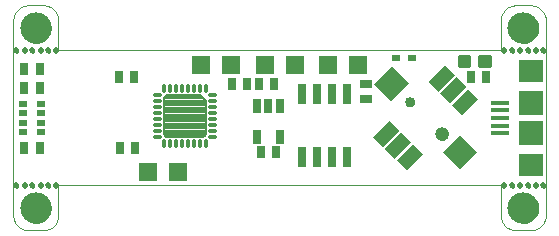
<source format=gts>
G75*
%MOIN*%
%OFA0B0*%
%FSLAX24Y24*%
%IPPOS*%
%LPD*%
%AMOC8*
5,1,8,0,0,1.08239X$1,22.5*
%
%ADD10C,0.0000*%
%ADD11C,0.1040*%
%ADD12C,0.0190*%
%ADD13R,0.0768X0.0473*%
%ADD14R,0.0827X0.0788*%
%ADD15C,0.0335*%
%ADD16C,0.0453*%
%ADD17R,0.0591X0.0178*%
%ADD18R,0.0788X0.0749*%
%ADD19R,0.0788X0.0788*%
%ADD20R,0.0276X0.0650*%
%ADD21R,0.0257X0.0512*%
%ADD22C,0.0130*%
%ADD23R,0.0640X0.0640*%
%ADD24R,0.0316X0.0237*%
%ADD25R,0.0316X0.0394*%
%ADD26R,0.0394X0.0316*%
%ADD27C,0.0138*%
%ADD28C,0.0079*%
%ADD29R,0.0316X0.0217*%
D10*
X004943Y002893D02*
X005443Y002893D01*
X005487Y002895D01*
X005530Y002901D01*
X005572Y002910D01*
X005614Y002923D01*
X005654Y002940D01*
X005693Y002960D01*
X005730Y002983D01*
X005764Y003010D01*
X005797Y003039D01*
X005826Y003072D01*
X005853Y003106D01*
X005876Y003143D01*
X005896Y003182D01*
X005913Y003222D01*
X005926Y003264D01*
X005935Y003306D01*
X005941Y003349D01*
X005943Y003393D01*
X005943Y004393D01*
X020693Y004393D01*
X020693Y003393D01*
X020695Y003349D01*
X020701Y003306D01*
X020710Y003264D01*
X020723Y003222D01*
X020740Y003182D01*
X020760Y003143D01*
X020783Y003106D01*
X020810Y003072D01*
X020839Y003039D01*
X020872Y003010D01*
X020906Y002983D01*
X020943Y002960D01*
X020982Y002940D01*
X021022Y002923D01*
X021064Y002910D01*
X021106Y002901D01*
X021149Y002895D01*
X021193Y002893D01*
X021693Y002893D01*
X021737Y002895D01*
X021780Y002901D01*
X021822Y002910D01*
X021864Y002923D01*
X021904Y002940D01*
X021943Y002960D01*
X021980Y002983D01*
X022014Y003010D01*
X022047Y003039D01*
X022076Y003072D01*
X022103Y003106D01*
X022126Y003143D01*
X022146Y003182D01*
X022163Y003222D01*
X022176Y003264D01*
X022185Y003306D01*
X022191Y003349D01*
X022193Y003393D01*
X022193Y009893D01*
X022191Y009937D01*
X022185Y009980D01*
X022176Y010022D01*
X022163Y010064D01*
X022146Y010104D01*
X022126Y010143D01*
X022103Y010180D01*
X022076Y010214D01*
X022047Y010247D01*
X022014Y010276D01*
X021980Y010303D01*
X021943Y010326D01*
X021904Y010346D01*
X021864Y010363D01*
X021822Y010376D01*
X021780Y010385D01*
X021737Y010391D01*
X021693Y010393D01*
X021193Y010393D01*
X021149Y010391D01*
X021106Y010385D01*
X021064Y010376D01*
X021022Y010363D01*
X020982Y010346D01*
X020943Y010326D01*
X020906Y010303D01*
X020872Y010276D01*
X020839Y010247D01*
X020810Y010214D01*
X020783Y010180D01*
X020760Y010143D01*
X020740Y010104D01*
X020723Y010064D01*
X020710Y010022D01*
X020701Y009980D01*
X020695Y009937D01*
X020693Y009893D01*
X020693Y008893D01*
X005943Y008893D01*
X005943Y009893D01*
X005941Y009937D01*
X005935Y009980D01*
X005926Y010022D01*
X005913Y010064D01*
X005896Y010104D01*
X005876Y010143D01*
X005853Y010180D01*
X005826Y010214D01*
X005797Y010247D01*
X005764Y010276D01*
X005730Y010303D01*
X005693Y010326D01*
X005654Y010346D01*
X005614Y010363D01*
X005572Y010376D01*
X005530Y010385D01*
X005487Y010391D01*
X005443Y010393D01*
X004943Y010393D01*
X004899Y010391D01*
X004856Y010385D01*
X004814Y010376D01*
X004772Y010363D01*
X004732Y010346D01*
X004693Y010326D01*
X004656Y010303D01*
X004622Y010276D01*
X004589Y010247D01*
X004560Y010214D01*
X004533Y010180D01*
X004510Y010143D01*
X004490Y010104D01*
X004473Y010064D01*
X004460Y010022D01*
X004451Y009980D01*
X004445Y009937D01*
X004443Y009893D01*
X004443Y003393D01*
X004445Y003349D01*
X004451Y003306D01*
X004460Y003264D01*
X004473Y003222D01*
X004490Y003182D01*
X004510Y003143D01*
X004533Y003106D01*
X004560Y003072D01*
X004589Y003039D01*
X004622Y003010D01*
X004656Y002983D01*
X004693Y002960D01*
X004732Y002940D01*
X004772Y002923D01*
X004814Y002910D01*
X004856Y002901D01*
X004899Y002895D01*
X004943Y002893D01*
X004693Y003643D02*
X004695Y003687D01*
X004701Y003731D01*
X004711Y003774D01*
X004724Y003816D01*
X004741Y003857D01*
X004762Y003896D01*
X004786Y003933D01*
X004813Y003968D01*
X004843Y004000D01*
X004876Y004030D01*
X004912Y004056D01*
X004949Y004080D01*
X004989Y004099D01*
X005030Y004116D01*
X005073Y004128D01*
X005116Y004137D01*
X005160Y004142D01*
X005204Y004143D01*
X005248Y004140D01*
X005292Y004133D01*
X005335Y004122D01*
X005377Y004108D01*
X005417Y004090D01*
X005456Y004068D01*
X005492Y004044D01*
X005526Y004016D01*
X005558Y003985D01*
X005587Y003951D01*
X005613Y003915D01*
X005635Y003877D01*
X005654Y003837D01*
X005669Y003795D01*
X005681Y003753D01*
X005689Y003709D01*
X005693Y003665D01*
X005693Y003621D01*
X005689Y003577D01*
X005681Y003533D01*
X005669Y003491D01*
X005654Y003449D01*
X005635Y003409D01*
X005613Y003371D01*
X005587Y003335D01*
X005558Y003301D01*
X005526Y003270D01*
X005492Y003242D01*
X005456Y003218D01*
X005417Y003196D01*
X005377Y003178D01*
X005335Y003164D01*
X005292Y003153D01*
X005248Y003146D01*
X005204Y003143D01*
X005160Y003144D01*
X005116Y003149D01*
X005073Y003158D01*
X005030Y003170D01*
X004989Y003187D01*
X004949Y003206D01*
X004912Y003230D01*
X004876Y003256D01*
X004843Y003286D01*
X004813Y003318D01*
X004786Y003353D01*
X004762Y003390D01*
X004741Y003429D01*
X004724Y003470D01*
X004711Y003512D01*
X004701Y003555D01*
X004695Y003599D01*
X004693Y003643D01*
X004743Y004393D02*
X004745Y004410D01*
X004750Y004426D01*
X004759Y004440D01*
X004771Y004452D01*
X004785Y004461D01*
X004801Y004466D01*
X004818Y004468D01*
X004835Y004466D01*
X004851Y004461D01*
X004865Y004452D01*
X004877Y004440D01*
X004886Y004426D01*
X004891Y004410D01*
X004893Y004393D01*
X004891Y004376D01*
X004886Y004360D01*
X004877Y004346D01*
X004865Y004334D01*
X004851Y004325D01*
X004835Y004320D01*
X004818Y004318D01*
X004801Y004320D01*
X004785Y004325D01*
X004771Y004334D01*
X004759Y004346D01*
X004750Y004360D01*
X004745Y004376D01*
X004743Y004393D01*
X004462Y004393D02*
X004464Y004410D01*
X004469Y004426D01*
X004478Y004440D01*
X004490Y004452D01*
X004504Y004461D01*
X004520Y004466D01*
X004537Y004468D01*
X004554Y004466D01*
X004570Y004461D01*
X004584Y004452D01*
X004596Y004440D01*
X004605Y004426D01*
X004610Y004410D01*
X004612Y004393D01*
X004610Y004376D01*
X004605Y004360D01*
X004596Y004346D01*
X004584Y004334D01*
X004570Y004325D01*
X004554Y004320D01*
X004537Y004318D01*
X004520Y004320D01*
X004504Y004325D01*
X004490Y004334D01*
X004478Y004346D01*
X004469Y004360D01*
X004464Y004376D01*
X004462Y004393D01*
X004993Y004393D02*
X004995Y004410D01*
X005000Y004426D01*
X005009Y004440D01*
X005021Y004452D01*
X005035Y004461D01*
X005051Y004466D01*
X005068Y004468D01*
X005085Y004466D01*
X005101Y004461D01*
X005115Y004452D01*
X005127Y004440D01*
X005136Y004426D01*
X005141Y004410D01*
X005143Y004393D01*
X005141Y004376D01*
X005136Y004360D01*
X005127Y004346D01*
X005115Y004334D01*
X005101Y004325D01*
X005085Y004320D01*
X005068Y004318D01*
X005051Y004320D01*
X005035Y004325D01*
X005021Y004334D01*
X005009Y004346D01*
X005000Y004360D01*
X004995Y004376D01*
X004993Y004393D01*
X005274Y004393D02*
X005276Y004410D01*
X005281Y004426D01*
X005290Y004440D01*
X005302Y004452D01*
X005316Y004461D01*
X005332Y004466D01*
X005349Y004468D01*
X005366Y004466D01*
X005382Y004461D01*
X005396Y004452D01*
X005408Y004440D01*
X005417Y004426D01*
X005422Y004410D01*
X005424Y004393D01*
X005422Y004376D01*
X005417Y004360D01*
X005408Y004346D01*
X005396Y004334D01*
X005382Y004325D01*
X005366Y004320D01*
X005349Y004318D01*
X005332Y004320D01*
X005316Y004325D01*
X005302Y004334D01*
X005290Y004346D01*
X005281Y004360D01*
X005276Y004376D01*
X005274Y004393D01*
X005524Y004393D02*
X005526Y004410D01*
X005531Y004426D01*
X005540Y004440D01*
X005552Y004452D01*
X005566Y004461D01*
X005582Y004466D01*
X005599Y004468D01*
X005616Y004466D01*
X005632Y004461D01*
X005646Y004452D01*
X005658Y004440D01*
X005667Y004426D01*
X005672Y004410D01*
X005674Y004393D01*
X005672Y004376D01*
X005667Y004360D01*
X005658Y004346D01*
X005646Y004334D01*
X005632Y004325D01*
X005616Y004320D01*
X005599Y004318D01*
X005582Y004320D01*
X005566Y004325D01*
X005552Y004334D01*
X005540Y004346D01*
X005531Y004360D01*
X005526Y004376D01*
X005524Y004393D01*
X005774Y004393D02*
X005776Y004410D01*
X005781Y004426D01*
X005790Y004440D01*
X005802Y004452D01*
X005816Y004461D01*
X005832Y004466D01*
X005849Y004468D01*
X005866Y004466D01*
X005882Y004461D01*
X005896Y004452D01*
X005908Y004440D01*
X005917Y004426D01*
X005922Y004410D01*
X005924Y004393D01*
X005922Y004376D01*
X005917Y004360D01*
X005908Y004346D01*
X005896Y004334D01*
X005882Y004325D01*
X005866Y004320D01*
X005849Y004318D01*
X005832Y004320D01*
X005816Y004325D01*
X005802Y004334D01*
X005790Y004346D01*
X005781Y004360D01*
X005776Y004376D01*
X005774Y004393D01*
X005774Y008893D02*
X005776Y008910D01*
X005781Y008926D01*
X005790Y008940D01*
X005802Y008952D01*
X005816Y008961D01*
X005832Y008966D01*
X005849Y008968D01*
X005866Y008966D01*
X005882Y008961D01*
X005896Y008952D01*
X005908Y008940D01*
X005917Y008926D01*
X005922Y008910D01*
X005924Y008893D01*
X005922Y008876D01*
X005917Y008860D01*
X005908Y008846D01*
X005896Y008834D01*
X005882Y008825D01*
X005866Y008820D01*
X005849Y008818D01*
X005832Y008820D01*
X005816Y008825D01*
X005802Y008834D01*
X005790Y008846D01*
X005781Y008860D01*
X005776Y008876D01*
X005774Y008893D01*
X005524Y008893D02*
X005526Y008910D01*
X005531Y008926D01*
X005540Y008940D01*
X005552Y008952D01*
X005566Y008961D01*
X005582Y008966D01*
X005599Y008968D01*
X005616Y008966D01*
X005632Y008961D01*
X005646Y008952D01*
X005658Y008940D01*
X005667Y008926D01*
X005672Y008910D01*
X005674Y008893D01*
X005672Y008876D01*
X005667Y008860D01*
X005658Y008846D01*
X005646Y008834D01*
X005632Y008825D01*
X005616Y008820D01*
X005599Y008818D01*
X005582Y008820D01*
X005566Y008825D01*
X005552Y008834D01*
X005540Y008846D01*
X005531Y008860D01*
X005526Y008876D01*
X005524Y008893D01*
X005274Y008893D02*
X005276Y008910D01*
X005281Y008926D01*
X005290Y008940D01*
X005302Y008952D01*
X005316Y008961D01*
X005332Y008966D01*
X005349Y008968D01*
X005366Y008966D01*
X005382Y008961D01*
X005396Y008952D01*
X005408Y008940D01*
X005417Y008926D01*
X005422Y008910D01*
X005424Y008893D01*
X005422Y008876D01*
X005417Y008860D01*
X005408Y008846D01*
X005396Y008834D01*
X005382Y008825D01*
X005366Y008820D01*
X005349Y008818D01*
X005332Y008820D01*
X005316Y008825D01*
X005302Y008834D01*
X005290Y008846D01*
X005281Y008860D01*
X005276Y008876D01*
X005274Y008893D01*
X004993Y008893D02*
X004995Y008910D01*
X005000Y008926D01*
X005009Y008940D01*
X005021Y008952D01*
X005035Y008961D01*
X005051Y008966D01*
X005068Y008968D01*
X005085Y008966D01*
X005101Y008961D01*
X005115Y008952D01*
X005127Y008940D01*
X005136Y008926D01*
X005141Y008910D01*
X005143Y008893D01*
X005141Y008876D01*
X005136Y008860D01*
X005127Y008846D01*
X005115Y008834D01*
X005101Y008825D01*
X005085Y008820D01*
X005068Y008818D01*
X005051Y008820D01*
X005035Y008825D01*
X005021Y008834D01*
X005009Y008846D01*
X005000Y008860D01*
X004995Y008876D01*
X004993Y008893D01*
X004743Y008893D02*
X004745Y008910D01*
X004750Y008926D01*
X004759Y008940D01*
X004771Y008952D01*
X004785Y008961D01*
X004801Y008966D01*
X004818Y008968D01*
X004835Y008966D01*
X004851Y008961D01*
X004865Y008952D01*
X004877Y008940D01*
X004886Y008926D01*
X004891Y008910D01*
X004893Y008893D01*
X004891Y008876D01*
X004886Y008860D01*
X004877Y008846D01*
X004865Y008834D01*
X004851Y008825D01*
X004835Y008820D01*
X004818Y008818D01*
X004801Y008820D01*
X004785Y008825D01*
X004771Y008834D01*
X004759Y008846D01*
X004750Y008860D01*
X004745Y008876D01*
X004743Y008893D01*
X004462Y008893D02*
X004464Y008910D01*
X004469Y008926D01*
X004478Y008940D01*
X004490Y008952D01*
X004504Y008961D01*
X004520Y008966D01*
X004537Y008968D01*
X004554Y008966D01*
X004570Y008961D01*
X004584Y008952D01*
X004596Y008940D01*
X004605Y008926D01*
X004610Y008910D01*
X004612Y008893D01*
X004610Y008876D01*
X004605Y008860D01*
X004596Y008846D01*
X004584Y008834D01*
X004570Y008825D01*
X004554Y008820D01*
X004537Y008818D01*
X004520Y008820D01*
X004504Y008825D01*
X004490Y008834D01*
X004478Y008846D01*
X004469Y008860D01*
X004464Y008876D01*
X004462Y008893D01*
X004693Y009643D02*
X004695Y009687D01*
X004701Y009731D01*
X004711Y009774D01*
X004724Y009816D01*
X004741Y009857D01*
X004762Y009896D01*
X004786Y009933D01*
X004813Y009968D01*
X004843Y010000D01*
X004876Y010030D01*
X004912Y010056D01*
X004949Y010080D01*
X004989Y010099D01*
X005030Y010116D01*
X005073Y010128D01*
X005116Y010137D01*
X005160Y010142D01*
X005204Y010143D01*
X005248Y010140D01*
X005292Y010133D01*
X005335Y010122D01*
X005377Y010108D01*
X005417Y010090D01*
X005456Y010068D01*
X005492Y010044D01*
X005526Y010016D01*
X005558Y009985D01*
X005587Y009951D01*
X005613Y009915D01*
X005635Y009877D01*
X005654Y009837D01*
X005669Y009795D01*
X005681Y009753D01*
X005689Y009709D01*
X005693Y009665D01*
X005693Y009621D01*
X005689Y009577D01*
X005681Y009533D01*
X005669Y009491D01*
X005654Y009449D01*
X005635Y009409D01*
X005613Y009371D01*
X005587Y009335D01*
X005558Y009301D01*
X005526Y009270D01*
X005492Y009242D01*
X005456Y009218D01*
X005417Y009196D01*
X005377Y009178D01*
X005335Y009164D01*
X005292Y009153D01*
X005248Y009146D01*
X005204Y009143D01*
X005160Y009144D01*
X005116Y009149D01*
X005073Y009158D01*
X005030Y009170D01*
X004989Y009187D01*
X004949Y009206D01*
X004912Y009230D01*
X004876Y009256D01*
X004843Y009286D01*
X004813Y009318D01*
X004786Y009353D01*
X004762Y009390D01*
X004741Y009429D01*
X004724Y009470D01*
X004711Y009512D01*
X004701Y009555D01*
X004695Y009599D01*
X004693Y009643D01*
X017516Y007172D02*
X017518Y007196D01*
X017524Y007219D01*
X017533Y007241D01*
X017546Y007261D01*
X017561Y007279D01*
X017580Y007294D01*
X017601Y007306D01*
X017623Y007314D01*
X017646Y007319D01*
X017670Y007320D01*
X017694Y007317D01*
X017716Y007310D01*
X017738Y007300D01*
X017758Y007287D01*
X017775Y007270D01*
X017789Y007251D01*
X017800Y007230D01*
X017808Y007207D01*
X017812Y007184D01*
X017812Y007160D01*
X017808Y007137D01*
X017800Y007114D01*
X017789Y007093D01*
X017775Y007074D01*
X017758Y007057D01*
X017738Y007044D01*
X017716Y007034D01*
X017694Y007027D01*
X017670Y007024D01*
X017646Y007025D01*
X017623Y007030D01*
X017601Y007038D01*
X017580Y007050D01*
X017561Y007065D01*
X017546Y007083D01*
X017533Y007103D01*
X017524Y007125D01*
X017518Y007148D01*
X017516Y007172D01*
X018515Y006114D02*
X018517Y006142D01*
X018523Y006170D01*
X018532Y006196D01*
X018545Y006222D01*
X018561Y006245D01*
X018581Y006265D01*
X018603Y006283D01*
X018627Y006298D01*
X018653Y006309D01*
X018680Y006317D01*
X018708Y006321D01*
X018736Y006321D01*
X018764Y006317D01*
X018791Y006309D01*
X018817Y006298D01*
X018841Y006283D01*
X018863Y006265D01*
X018883Y006245D01*
X018899Y006222D01*
X018912Y006196D01*
X018921Y006170D01*
X018927Y006142D01*
X018929Y006114D01*
X018927Y006086D01*
X018921Y006058D01*
X018912Y006032D01*
X018899Y006006D01*
X018883Y005983D01*
X018863Y005963D01*
X018841Y005945D01*
X018817Y005930D01*
X018791Y005919D01*
X018764Y005911D01*
X018736Y005907D01*
X018708Y005907D01*
X018680Y005911D01*
X018653Y005919D01*
X018627Y005930D01*
X018603Y005945D01*
X018581Y005963D01*
X018561Y005983D01*
X018545Y006006D01*
X018532Y006032D01*
X018523Y006058D01*
X018517Y006086D01*
X018515Y006114D01*
X020712Y004393D02*
X020714Y004410D01*
X020719Y004426D01*
X020728Y004440D01*
X020740Y004452D01*
X020754Y004461D01*
X020770Y004466D01*
X020787Y004468D01*
X020804Y004466D01*
X020820Y004461D01*
X020834Y004452D01*
X020846Y004440D01*
X020855Y004426D01*
X020860Y004410D01*
X020862Y004393D01*
X020860Y004376D01*
X020855Y004360D01*
X020846Y004346D01*
X020834Y004334D01*
X020820Y004325D01*
X020804Y004320D01*
X020787Y004318D01*
X020770Y004320D01*
X020754Y004325D01*
X020740Y004334D01*
X020728Y004346D01*
X020719Y004360D01*
X020714Y004376D01*
X020712Y004393D01*
X020993Y004393D02*
X020995Y004410D01*
X021000Y004426D01*
X021009Y004440D01*
X021021Y004452D01*
X021035Y004461D01*
X021051Y004466D01*
X021068Y004468D01*
X021085Y004466D01*
X021101Y004461D01*
X021115Y004452D01*
X021127Y004440D01*
X021136Y004426D01*
X021141Y004410D01*
X021143Y004393D01*
X021141Y004376D01*
X021136Y004360D01*
X021127Y004346D01*
X021115Y004334D01*
X021101Y004325D01*
X021085Y004320D01*
X021068Y004318D01*
X021051Y004320D01*
X021035Y004325D01*
X021021Y004334D01*
X021009Y004346D01*
X021000Y004360D01*
X020995Y004376D01*
X020993Y004393D01*
X021243Y004393D02*
X021245Y004410D01*
X021250Y004426D01*
X021259Y004440D01*
X021271Y004452D01*
X021285Y004461D01*
X021301Y004466D01*
X021318Y004468D01*
X021335Y004466D01*
X021351Y004461D01*
X021365Y004452D01*
X021377Y004440D01*
X021386Y004426D01*
X021391Y004410D01*
X021393Y004393D01*
X021391Y004376D01*
X021386Y004360D01*
X021377Y004346D01*
X021365Y004334D01*
X021351Y004325D01*
X021335Y004320D01*
X021318Y004318D01*
X021301Y004320D01*
X021285Y004325D01*
X021271Y004334D01*
X021259Y004346D01*
X021250Y004360D01*
X021245Y004376D01*
X021243Y004393D01*
X021524Y004393D02*
X021526Y004410D01*
X021531Y004426D01*
X021540Y004440D01*
X021552Y004452D01*
X021566Y004461D01*
X021582Y004466D01*
X021599Y004468D01*
X021616Y004466D01*
X021632Y004461D01*
X021646Y004452D01*
X021658Y004440D01*
X021667Y004426D01*
X021672Y004410D01*
X021674Y004393D01*
X021672Y004376D01*
X021667Y004360D01*
X021658Y004346D01*
X021646Y004334D01*
X021632Y004325D01*
X021616Y004320D01*
X021599Y004318D01*
X021582Y004320D01*
X021566Y004325D01*
X021552Y004334D01*
X021540Y004346D01*
X021531Y004360D01*
X021526Y004376D01*
X021524Y004393D01*
X021774Y004393D02*
X021776Y004410D01*
X021781Y004426D01*
X021790Y004440D01*
X021802Y004452D01*
X021816Y004461D01*
X021832Y004466D01*
X021849Y004468D01*
X021866Y004466D01*
X021882Y004461D01*
X021896Y004452D01*
X021908Y004440D01*
X021917Y004426D01*
X021922Y004410D01*
X021924Y004393D01*
X021922Y004376D01*
X021917Y004360D01*
X021908Y004346D01*
X021896Y004334D01*
X021882Y004325D01*
X021866Y004320D01*
X021849Y004318D01*
X021832Y004320D01*
X021816Y004325D01*
X021802Y004334D01*
X021790Y004346D01*
X021781Y004360D01*
X021776Y004376D01*
X021774Y004393D01*
X022024Y004393D02*
X022026Y004410D01*
X022031Y004426D01*
X022040Y004440D01*
X022052Y004452D01*
X022066Y004461D01*
X022082Y004466D01*
X022099Y004468D01*
X022116Y004466D01*
X022132Y004461D01*
X022146Y004452D01*
X022158Y004440D01*
X022167Y004426D01*
X022172Y004410D01*
X022174Y004393D01*
X022172Y004376D01*
X022167Y004360D01*
X022158Y004346D01*
X022146Y004334D01*
X022132Y004325D01*
X022116Y004320D01*
X022099Y004318D01*
X022082Y004320D01*
X022066Y004325D01*
X022052Y004334D01*
X022040Y004346D01*
X022031Y004360D01*
X022026Y004376D01*
X022024Y004393D01*
X020943Y003643D02*
X020945Y003687D01*
X020951Y003731D01*
X020961Y003774D01*
X020974Y003816D01*
X020991Y003857D01*
X021012Y003896D01*
X021036Y003933D01*
X021063Y003968D01*
X021093Y004000D01*
X021126Y004030D01*
X021162Y004056D01*
X021199Y004080D01*
X021239Y004099D01*
X021280Y004116D01*
X021323Y004128D01*
X021366Y004137D01*
X021410Y004142D01*
X021454Y004143D01*
X021498Y004140D01*
X021542Y004133D01*
X021585Y004122D01*
X021627Y004108D01*
X021667Y004090D01*
X021706Y004068D01*
X021742Y004044D01*
X021776Y004016D01*
X021808Y003985D01*
X021837Y003951D01*
X021863Y003915D01*
X021885Y003877D01*
X021904Y003837D01*
X021919Y003795D01*
X021931Y003753D01*
X021939Y003709D01*
X021943Y003665D01*
X021943Y003621D01*
X021939Y003577D01*
X021931Y003533D01*
X021919Y003491D01*
X021904Y003449D01*
X021885Y003409D01*
X021863Y003371D01*
X021837Y003335D01*
X021808Y003301D01*
X021776Y003270D01*
X021742Y003242D01*
X021706Y003218D01*
X021667Y003196D01*
X021627Y003178D01*
X021585Y003164D01*
X021542Y003153D01*
X021498Y003146D01*
X021454Y003143D01*
X021410Y003144D01*
X021366Y003149D01*
X021323Y003158D01*
X021280Y003170D01*
X021239Y003187D01*
X021199Y003206D01*
X021162Y003230D01*
X021126Y003256D01*
X021093Y003286D01*
X021063Y003318D01*
X021036Y003353D01*
X021012Y003390D01*
X020991Y003429D01*
X020974Y003470D01*
X020961Y003512D01*
X020951Y003555D01*
X020945Y003599D01*
X020943Y003643D01*
X020993Y008893D02*
X020995Y008910D01*
X021000Y008926D01*
X021009Y008940D01*
X021021Y008952D01*
X021035Y008961D01*
X021051Y008966D01*
X021068Y008968D01*
X021085Y008966D01*
X021101Y008961D01*
X021115Y008952D01*
X021127Y008940D01*
X021136Y008926D01*
X021141Y008910D01*
X021143Y008893D01*
X021141Y008876D01*
X021136Y008860D01*
X021127Y008846D01*
X021115Y008834D01*
X021101Y008825D01*
X021085Y008820D01*
X021068Y008818D01*
X021051Y008820D01*
X021035Y008825D01*
X021021Y008834D01*
X021009Y008846D01*
X021000Y008860D01*
X020995Y008876D01*
X020993Y008893D01*
X020712Y008893D02*
X020714Y008910D01*
X020719Y008926D01*
X020728Y008940D01*
X020740Y008952D01*
X020754Y008961D01*
X020770Y008966D01*
X020787Y008968D01*
X020804Y008966D01*
X020820Y008961D01*
X020834Y008952D01*
X020846Y008940D01*
X020855Y008926D01*
X020860Y008910D01*
X020862Y008893D01*
X020860Y008876D01*
X020855Y008860D01*
X020846Y008846D01*
X020834Y008834D01*
X020820Y008825D01*
X020804Y008820D01*
X020787Y008818D01*
X020770Y008820D01*
X020754Y008825D01*
X020740Y008834D01*
X020728Y008846D01*
X020719Y008860D01*
X020714Y008876D01*
X020712Y008893D01*
X021243Y008893D02*
X021245Y008910D01*
X021250Y008926D01*
X021259Y008940D01*
X021271Y008952D01*
X021285Y008961D01*
X021301Y008966D01*
X021318Y008968D01*
X021335Y008966D01*
X021351Y008961D01*
X021365Y008952D01*
X021377Y008940D01*
X021386Y008926D01*
X021391Y008910D01*
X021393Y008893D01*
X021391Y008876D01*
X021386Y008860D01*
X021377Y008846D01*
X021365Y008834D01*
X021351Y008825D01*
X021335Y008820D01*
X021318Y008818D01*
X021301Y008820D01*
X021285Y008825D01*
X021271Y008834D01*
X021259Y008846D01*
X021250Y008860D01*
X021245Y008876D01*
X021243Y008893D01*
X021524Y008893D02*
X021526Y008910D01*
X021531Y008926D01*
X021540Y008940D01*
X021552Y008952D01*
X021566Y008961D01*
X021582Y008966D01*
X021599Y008968D01*
X021616Y008966D01*
X021632Y008961D01*
X021646Y008952D01*
X021658Y008940D01*
X021667Y008926D01*
X021672Y008910D01*
X021674Y008893D01*
X021672Y008876D01*
X021667Y008860D01*
X021658Y008846D01*
X021646Y008834D01*
X021632Y008825D01*
X021616Y008820D01*
X021599Y008818D01*
X021582Y008820D01*
X021566Y008825D01*
X021552Y008834D01*
X021540Y008846D01*
X021531Y008860D01*
X021526Y008876D01*
X021524Y008893D01*
X021774Y008893D02*
X021776Y008910D01*
X021781Y008926D01*
X021790Y008940D01*
X021802Y008952D01*
X021816Y008961D01*
X021832Y008966D01*
X021849Y008968D01*
X021866Y008966D01*
X021882Y008961D01*
X021896Y008952D01*
X021908Y008940D01*
X021917Y008926D01*
X021922Y008910D01*
X021924Y008893D01*
X021922Y008876D01*
X021917Y008860D01*
X021908Y008846D01*
X021896Y008834D01*
X021882Y008825D01*
X021866Y008820D01*
X021849Y008818D01*
X021832Y008820D01*
X021816Y008825D01*
X021802Y008834D01*
X021790Y008846D01*
X021781Y008860D01*
X021776Y008876D01*
X021774Y008893D01*
X022024Y008893D02*
X022026Y008910D01*
X022031Y008926D01*
X022040Y008940D01*
X022052Y008952D01*
X022066Y008961D01*
X022082Y008966D01*
X022099Y008968D01*
X022116Y008966D01*
X022132Y008961D01*
X022146Y008952D01*
X022158Y008940D01*
X022167Y008926D01*
X022172Y008910D01*
X022174Y008893D01*
X022172Y008876D01*
X022167Y008860D01*
X022158Y008846D01*
X022146Y008834D01*
X022132Y008825D01*
X022116Y008820D01*
X022099Y008818D01*
X022082Y008820D01*
X022066Y008825D01*
X022052Y008834D01*
X022040Y008846D01*
X022031Y008860D01*
X022026Y008876D01*
X022024Y008893D01*
X020943Y009643D02*
X020945Y009687D01*
X020951Y009731D01*
X020961Y009774D01*
X020974Y009816D01*
X020991Y009857D01*
X021012Y009896D01*
X021036Y009933D01*
X021063Y009968D01*
X021093Y010000D01*
X021126Y010030D01*
X021162Y010056D01*
X021199Y010080D01*
X021239Y010099D01*
X021280Y010116D01*
X021323Y010128D01*
X021366Y010137D01*
X021410Y010142D01*
X021454Y010143D01*
X021498Y010140D01*
X021542Y010133D01*
X021585Y010122D01*
X021627Y010108D01*
X021667Y010090D01*
X021706Y010068D01*
X021742Y010044D01*
X021776Y010016D01*
X021808Y009985D01*
X021837Y009951D01*
X021863Y009915D01*
X021885Y009877D01*
X021904Y009837D01*
X021919Y009795D01*
X021931Y009753D01*
X021939Y009709D01*
X021943Y009665D01*
X021943Y009621D01*
X021939Y009577D01*
X021931Y009533D01*
X021919Y009491D01*
X021904Y009449D01*
X021885Y009409D01*
X021863Y009371D01*
X021837Y009335D01*
X021808Y009301D01*
X021776Y009270D01*
X021742Y009242D01*
X021706Y009218D01*
X021667Y009196D01*
X021627Y009178D01*
X021585Y009164D01*
X021542Y009153D01*
X021498Y009146D01*
X021454Y009143D01*
X021410Y009144D01*
X021366Y009149D01*
X021323Y009158D01*
X021280Y009170D01*
X021239Y009187D01*
X021199Y009206D01*
X021162Y009230D01*
X021126Y009256D01*
X021093Y009286D01*
X021063Y009318D01*
X021036Y009353D01*
X021012Y009390D01*
X020991Y009429D01*
X020974Y009470D01*
X020961Y009512D01*
X020951Y009555D01*
X020945Y009599D01*
X020943Y009643D01*
D11*
X021443Y009643D03*
X021443Y003643D03*
X005193Y003643D03*
X005193Y009643D03*
D12*
X005068Y008893D03*
X004818Y008893D03*
X004537Y008893D03*
X005349Y008893D03*
X005599Y008893D03*
X005849Y008893D03*
X005849Y004393D03*
X005599Y004393D03*
X005349Y004393D03*
X005068Y004393D03*
X004818Y004393D03*
X004537Y004393D03*
X020787Y004393D03*
X021068Y004393D03*
X021318Y004393D03*
X021599Y004393D03*
X021849Y004393D03*
X022099Y004393D03*
X022099Y008893D03*
X021849Y008893D03*
X021599Y008893D03*
X021318Y008893D03*
X021068Y008893D03*
X020787Y008893D03*
D13*
G36*
X019167Y008063D02*
X018625Y007521D01*
X018291Y007855D01*
X018833Y008397D01*
X019167Y008063D01*
G37*
G36*
X019556Y007673D02*
X019014Y007131D01*
X018680Y007465D01*
X019222Y008007D01*
X019556Y007673D01*
G37*
G36*
X019946Y007283D02*
X019404Y006741D01*
X019070Y007075D01*
X019612Y007617D01*
X019946Y007283D01*
G37*
G36*
X017705Y005822D02*
X017163Y005280D01*
X016829Y005614D01*
X017371Y006156D01*
X017705Y005822D01*
G37*
G36*
X018095Y005432D02*
X017553Y004890D01*
X017219Y005224D01*
X017761Y005766D01*
X018095Y005432D01*
G37*
G36*
X017315Y006211D02*
X016773Y005669D01*
X016439Y006003D01*
X016981Y006545D01*
X017315Y006211D01*
G37*
D14*
G36*
X019904Y005515D02*
X019321Y004932D01*
X018764Y005489D01*
X019347Y006072D01*
X019904Y005515D01*
G37*
G36*
X017621Y007798D02*
X017038Y007215D01*
X016481Y007772D01*
X017064Y008355D01*
X017621Y007798D01*
G37*
D15*
X017664Y007172D03*
D16*
X018722Y006114D03*
D17*
X020650Y006131D03*
X020650Y006387D03*
X020650Y006643D03*
X020650Y006899D03*
X020650Y007155D03*
D18*
X021693Y008218D03*
X021693Y005069D03*
D19*
X021693Y006143D03*
X021693Y007143D03*
D20*
X015568Y007452D03*
X015068Y007452D03*
X014568Y007452D03*
X014068Y007452D03*
X014068Y005326D03*
X014568Y005326D03*
X015068Y005326D03*
X015568Y005326D03*
D21*
X013317Y006006D03*
X012569Y006006D03*
X012569Y007030D03*
X012943Y007030D03*
X013317Y007030D03*
D22*
X019321Y008366D02*
X019321Y008670D01*
X019625Y008670D01*
X019625Y008366D01*
X019321Y008366D01*
X019321Y008495D02*
X019625Y008495D01*
X019625Y008624D02*
X019321Y008624D01*
X020011Y008670D02*
X020011Y008366D01*
X020011Y008670D02*
X020315Y008670D01*
X020315Y008366D01*
X020011Y008366D01*
X020011Y008495D02*
X020315Y008495D01*
X020315Y008624D02*
X020011Y008624D01*
D23*
X015943Y008393D03*
X014943Y008393D03*
X013818Y008393D03*
X012818Y008393D03*
X011693Y008393D03*
X010693Y008393D03*
X009943Y004831D03*
X008943Y004831D03*
D24*
X017207Y008643D03*
X017718Y008643D03*
D25*
X019687Y008018D03*
X020199Y008018D03*
X013136Y007768D03*
X012624Y007768D03*
X012230Y007768D03*
X011718Y007768D03*
X008480Y008018D03*
X007968Y008018D03*
X005324Y008268D03*
X004812Y008268D03*
X004812Y007643D03*
X005324Y007643D03*
X005324Y005643D03*
X004812Y005643D03*
X007999Y005643D03*
X008511Y005643D03*
X012687Y005518D03*
X013199Y005518D03*
D26*
X016193Y007262D03*
X016193Y007774D03*
D27*
X011166Y007395D02*
X011008Y007395D01*
X010851Y007552D02*
X010851Y007710D01*
X010654Y007710D02*
X010654Y007552D01*
X010457Y007552D02*
X010457Y007710D01*
X010260Y007710D02*
X010260Y007552D01*
X010063Y007552D02*
X010063Y007710D01*
X009866Y007710D02*
X009866Y007552D01*
X009669Y007552D02*
X009669Y007710D01*
X009473Y007710D02*
X009473Y007552D01*
X009315Y007395D02*
X009158Y007395D01*
X009158Y007198D02*
X009315Y007198D01*
X009315Y007001D02*
X009158Y007001D01*
X009158Y006804D02*
X009315Y006804D01*
X009315Y006607D02*
X009158Y006607D01*
X009158Y006411D02*
X009315Y006411D01*
X009315Y006214D02*
X009158Y006214D01*
X009158Y006017D02*
X009315Y006017D01*
X009473Y005859D02*
X009473Y005702D01*
X009669Y005702D02*
X009669Y005859D01*
X009866Y005859D02*
X009866Y005702D01*
X010063Y005702D02*
X010063Y005859D01*
X010260Y005859D02*
X010260Y005702D01*
X010457Y005702D02*
X010457Y005859D01*
X010654Y005859D02*
X010654Y005702D01*
X010851Y005702D02*
X010851Y005859D01*
X011008Y006017D02*
X011166Y006017D01*
X011166Y006214D02*
X011008Y006214D01*
X011008Y006411D02*
X011166Y006411D01*
X011166Y006607D02*
X011008Y006607D01*
X011008Y006804D02*
X011166Y006804D01*
X011166Y007001D02*
X011008Y007001D01*
X011008Y007198D02*
X011166Y007198D01*
D28*
X010851Y007198D02*
X010851Y006115D01*
X010847Y006090D01*
X010837Y006066D01*
X010822Y006046D01*
X010801Y006030D01*
X010778Y006020D01*
X010752Y006017D01*
X009571Y006017D01*
X009546Y006020D01*
X009522Y006030D01*
X009501Y006046D01*
X009486Y006066D01*
X009476Y006090D01*
X009473Y006115D01*
X009473Y007296D01*
X010752Y007296D01*
X010675Y007373D02*
X009511Y007373D01*
X009501Y007366D02*
X009522Y007382D01*
X009546Y007391D01*
X009571Y007395D01*
X010654Y007395D01*
X010851Y007198D01*
X010830Y007219D02*
X009473Y007219D01*
X009473Y007296D02*
X009476Y007322D01*
X009486Y007346D01*
X009501Y007366D01*
X009473Y007142D02*
X010851Y007142D01*
X010851Y007064D02*
X009473Y007064D01*
X009473Y006987D02*
X010851Y006987D01*
X010851Y006910D02*
X009473Y006910D01*
X009473Y006833D02*
X010851Y006833D01*
X010851Y006755D02*
X009473Y006755D01*
X009473Y006678D02*
X010851Y006678D01*
X010851Y006601D02*
X009473Y006601D01*
X009473Y006524D02*
X010851Y006524D01*
X010851Y006446D02*
X009473Y006446D01*
X009473Y006369D02*
X010851Y006369D01*
X010851Y006292D02*
X009473Y006292D01*
X009473Y006215D02*
X010851Y006215D01*
X010851Y006137D02*
X009473Y006137D01*
X009490Y006060D02*
X010833Y006060D01*
D29*
X005373Y006171D03*
X005373Y006486D03*
X005373Y006801D03*
X005373Y007116D03*
X004763Y007116D03*
X004763Y006801D03*
X004763Y006486D03*
X004763Y006171D03*
M02*

</source>
